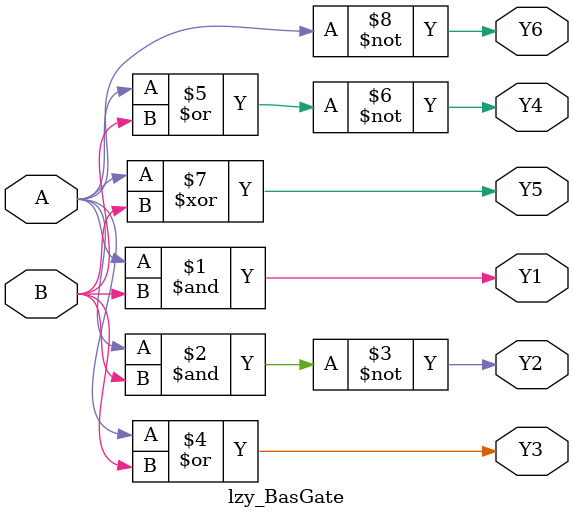
<source format=v>
module lzy_BasGate(A, B, Y1, Y2, Y3, Y4, Y5, Y6);
input A, B;
output Y1, Y2, Y3, Y4, Y5, Y6;
assign Y1 = A&B;
assign Y2 = ~(A&B);
assign Y3 = A|B;
assign Y4 = ~(A|B);
assign Y5 = A^B;
assign Y6 = ~A;
endmodule
</source>
